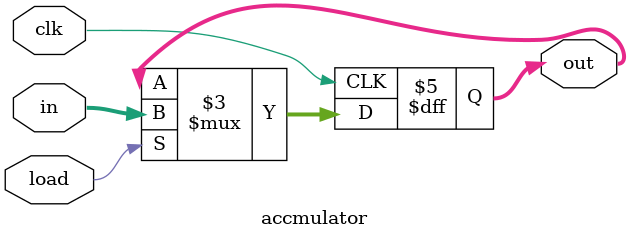
<source format=v>
module accmulator(in,load,clk,out);
  input [7:0]in;
  input load,clk;
  output reg[7:0] out;
  
  always@(posedge clk)
     if(load)
      out<=in;
      initial
      out=8'h00;
    endmodule

</source>
